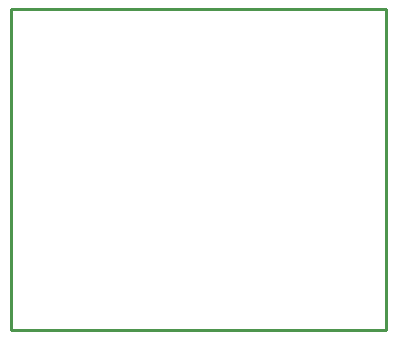
<source format=gko>
G04 Layer_Color=16711935*
%FSLAX24Y24*%
%MOIN*%
G70*
G01*
G75*
%ADD27C,0.0100*%
D27*
X0Y0D02*
Y10700D01*
X12500D01*
Y0D02*
Y10700D01*
X0Y0D02*
X12500D01*
M02*

</source>
